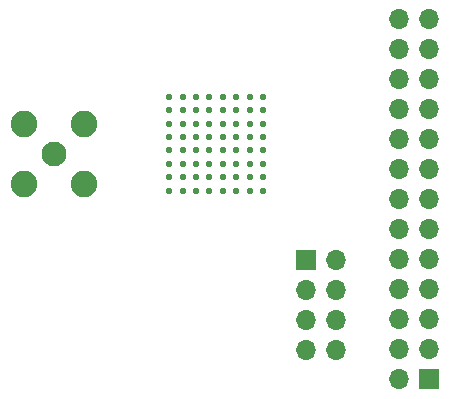
<source format=gbs>
G04 #@! TF.GenerationSoftware,KiCad,Pcbnew,(5.1.10)-1*
G04 #@! TF.CreationDate,2022-03-18T02:24:14-07:00*
G04 #@! TF.ProjectId,Chekov,4368656b-6f76-42e6-9b69-6361645f7063,rev?*
G04 #@! TF.SameCoordinates,Original*
G04 #@! TF.FileFunction,Soldermask,Bot*
G04 #@! TF.FilePolarity,Negative*
%FSLAX46Y46*%
G04 Gerber Fmt 4.6, Leading zero omitted, Abs format (unit mm)*
G04 Created by KiCad (PCBNEW (5.1.10)-1) date 2022-03-18 02:24:14*
%MOMM*%
%LPD*%
G01*
G04 APERTURE LIST*
%ADD10O,1.700000X1.700000*%
%ADD11R,1.700000X1.700000*%
%ADD12C,0.568750*%
%ADD13C,2.250000*%
%ADD14C,2.100000*%
G04 APERTURE END LIST*
D10*
G04 #@! TO.C,J1*
X111988600Y-58115200D03*
X114528600Y-58115200D03*
X111988600Y-60655200D03*
X114528600Y-60655200D03*
X111988600Y-63195200D03*
X114528600Y-63195200D03*
X111988600Y-65735200D03*
X114528600Y-65735200D03*
X111988600Y-68275200D03*
X114528600Y-68275200D03*
X111988600Y-70815200D03*
X114528600Y-70815200D03*
X111988600Y-73355200D03*
X114528600Y-73355200D03*
X111988600Y-75895200D03*
X114528600Y-75895200D03*
X111988600Y-78435200D03*
X114528600Y-78435200D03*
X111988600Y-80975200D03*
X114528600Y-80975200D03*
X111988600Y-83515200D03*
X114528600Y-83515200D03*
X111988600Y-86055200D03*
X114528600Y-86055200D03*
X111988600Y-88595200D03*
D11*
X114528600Y-88595200D03*
G04 #@! TD*
D12*
G04 #@! TO.C,U6*
X100501250Y-72619250D03*
X100501250Y-71481750D03*
X100501250Y-70344250D03*
X100501250Y-69206750D03*
X100501250Y-68069250D03*
X100501250Y-66931750D03*
X100501250Y-65794250D03*
X100501250Y-64656750D03*
X99363750Y-72619250D03*
X99363750Y-71481750D03*
X99363750Y-70344250D03*
X99363750Y-69206750D03*
X99363750Y-68069250D03*
X99363750Y-66931750D03*
X99363750Y-65794250D03*
X99363750Y-64656750D03*
X98226250Y-72619250D03*
X98226250Y-71481750D03*
X98226250Y-70344250D03*
X98226250Y-69206750D03*
X98226250Y-68069250D03*
X98226250Y-66931750D03*
X98226250Y-65794250D03*
X98226250Y-64656750D03*
X97088750Y-72619250D03*
X97088750Y-71481750D03*
X97088750Y-70344250D03*
X97088750Y-69206750D03*
X97088750Y-68069250D03*
X97088750Y-66931750D03*
X97088750Y-65794250D03*
X97088750Y-64656750D03*
X95951250Y-72619250D03*
X95951250Y-71481750D03*
X95951250Y-70344250D03*
X95951250Y-69206750D03*
X95951250Y-68069250D03*
X95951250Y-66931750D03*
X95951250Y-65794250D03*
X95951250Y-64656750D03*
X94813750Y-72619250D03*
X94813750Y-71481750D03*
X94813750Y-70344250D03*
X94813750Y-69206750D03*
X94813750Y-68069250D03*
X94813750Y-66931750D03*
X94813750Y-65794250D03*
X94813750Y-64656750D03*
X93676250Y-72619250D03*
X93676250Y-71481750D03*
X93676250Y-70344250D03*
X93676250Y-69206750D03*
X93676250Y-68069250D03*
X93676250Y-66931750D03*
X93676250Y-65794250D03*
X93676250Y-64656750D03*
X92538750Y-72619250D03*
X92538750Y-71481750D03*
X92538750Y-70344250D03*
X92538750Y-69206750D03*
X92538750Y-68069250D03*
X92538750Y-66931750D03*
X92538750Y-65794250D03*
X92538750Y-64656750D03*
G04 #@! TD*
D10*
G04 #@! TO.C,J3*
X106680000Y-86106000D03*
X104140000Y-86106000D03*
X106680000Y-83566000D03*
X104140000Y-83566000D03*
X106680000Y-81026000D03*
X104140000Y-81026000D03*
X106680000Y-78486000D03*
D11*
X104140000Y-78486000D03*
G04 #@! TD*
D13*
G04 #@! TO.C,J2*
X85354000Y-66929000D03*
X85354000Y-72029000D03*
X80254000Y-72029000D03*
X80254000Y-66929000D03*
D14*
X82804000Y-69479000D03*
G04 #@! TD*
M02*

</source>
